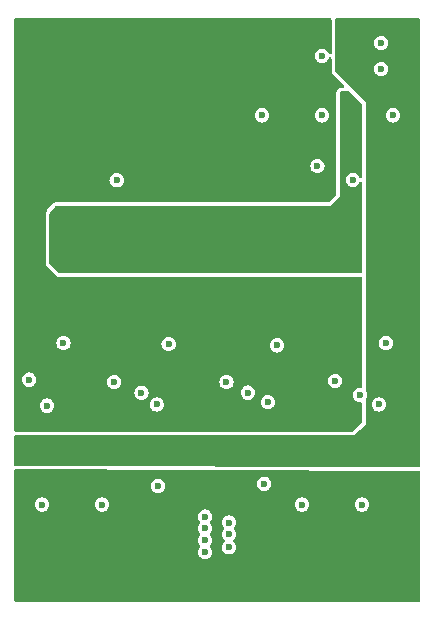
<source format=gbr>
%TF.GenerationSoftware,KiCad,Pcbnew,8.0.3-8.0.3-0~ubuntu22.04.1*%
%TF.CreationDate,2024-07-15T21:37:01+02:00*%
%TF.ProjectId,MT2AO8,4d543241-4f38-42e6-9b69-6361645f7063,rev?*%
%TF.SameCoordinates,Original*%
%TF.FileFunction,Copper,L3,Inr*%
%TF.FilePolarity,Positive*%
%FSLAX46Y46*%
G04 Gerber Fmt 4.6, Leading zero omitted, Abs format (unit mm)*
G04 Created by KiCad (PCBNEW 8.0.3-8.0.3-0~ubuntu22.04.1) date 2024-07-15 21:37:01*
%MOMM*%
%LPD*%
G01*
G04 APERTURE LIST*
%TA.AperFunction,ViaPad*%
%ADD10C,0.600000*%
%TD*%
G04 APERTURE END LIST*
D10*
%TO.N,*%
X152000000Y-115500000D03*
X150000000Y-114000000D03*
X150000000Y-115000000D03*
X152000000Y-114500000D03*
X150000000Y-116000000D03*
X152000000Y-116600000D03*
X150000000Y-117000000D03*
%TO.N,+5V*%
X165900000Y-80025000D03*
%TO.N,GND*%
X143000000Y-97200000D03*
X136700000Y-95500000D03*
X138900000Y-77600000D03*
X142600000Y-111300000D03*
X160700000Y-97100000D03*
X136700000Y-93500000D03*
X136700000Y-94500000D03*
X158490000Y-97100000D03*
X138900000Y-99700000D03*
X157200000Y-98000000D03*
X143900000Y-119000000D03*
X148000000Y-100000000D03*
X138600000Y-97400000D03*
X140800000Y-97300000D03*
X163000000Y-97100000D03*
X157200000Y-97100000D03*
%TO.N,+12V*%
X142300000Y-102600000D03*
X161000000Y-102500000D03*
X163100000Y-103700000D03*
X153600000Y-103500000D03*
X144600000Y-103500000D03*
X151800000Y-102600000D03*
X135100000Y-102400000D03*
X164900000Y-76100000D03*
X164900000Y-73900000D03*
%TO.N,+3V3*%
X162500000Y-91900000D03*
X145600000Y-91100000D03*
X162400000Y-81100000D03*
X139700000Y-89700000D03*
X160000000Y-89400000D03*
%TO.N,-12V*%
X150900000Y-108200000D03*
X162300000Y-75700000D03*
X141500000Y-108600000D03*
X162400000Y-73700000D03*
X139300000Y-108100000D03*
X167200000Y-108000000D03*
X160400000Y-108500000D03*
%TO.N,VREF_DAC*%
X165300000Y-99300000D03*
X146900000Y-99400000D03*
X146000000Y-111400000D03*
X138000000Y-99300000D03*
X154993455Y-111206545D03*
X156100000Y-99500000D03*
%TO.N,AO_CH0+*%
X136190000Y-112975000D03*
%TO.N,AO_CH1+*%
X136600000Y-104600000D03*
%TO.N,AO_CH2+*%
X141270000Y-112975000D03*
%TO.N,AO_CH3+*%
X145900000Y-104500000D03*
%TO.N,RX_DAC0*%
X159890000Y-80025000D03*
%TO.N,CS_DAC*%
X159500000Y-84336500D03*
X154810000Y-80025000D03*
%TO.N,RX_DAC1*%
X159890000Y-74975000D03*
%TO.N,CLK_DAC*%
X162500000Y-85480000D03*
X142500000Y-85530000D03*
%TO.N,AO_CH6+*%
X163270000Y-112975000D03*
%TO.N,AO_CH5+*%
X155300000Y-104300000D03*
%TO.N,AO_CH7+*%
X164700000Y-104500000D03*
%TO.N,AO_CH4+*%
X158190000Y-112975000D03*
%TD*%
%TA.AperFunction,Conductor*%
%TO.N,GND*%
G36*
X149582850Y-110051583D02*
G01*
X168074270Y-110104567D01*
X168074275Y-110104566D01*
X168075855Y-110104571D01*
X168142838Y-110124447D01*
X168188441Y-110177382D01*
X168199500Y-110228570D01*
X168199500Y-121075500D01*
X168179815Y-121142539D01*
X168127011Y-121188294D01*
X168075500Y-121199500D01*
X133924500Y-121199500D01*
X133857461Y-121179815D01*
X133811706Y-121127011D01*
X133800500Y-121075500D01*
X133800500Y-113999998D01*
X149394318Y-113999998D01*
X149394318Y-114000001D01*
X149414955Y-114156760D01*
X149414956Y-114156762D01*
X149475464Y-114302842D01*
X149568826Y-114424514D01*
X149594020Y-114489683D01*
X149579981Y-114558128D01*
X149568826Y-114575486D01*
X149475464Y-114697157D01*
X149414956Y-114843237D01*
X149414955Y-114843239D01*
X149394318Y-114999998D01*
X149394318Y-115000001D01*
X149414955Y-115156760D01*
X149414956Y-115156762D01*
X149475464Y-115302842D01*
X149568826Y-115424514D01*
X149594020Y-115489683D01*
X149579981Y-115558128D01*
X149568826Y-115575486D01*
X149475464Y-115697157D01*
X149414956Y-115843237D01*
X149414955Y-115843239D01*
X149394318Y-115999998D01*
X149394318Y-116000001D01*
X149414955Y-116156760D01*
X149414956Y-116156762D01*
X149475464Y-116302842D01*
X149568826Y-116424514D01*
X149594020Y-116489683D01*
X149579981Y-116558128D01*
X149568826Y-116575486D01*
X149475464Y-116697157D01*
X149414956Y-116843237D01*
X149414955Y-116843239D01*
X149394318Y-116999998D01*
X149394318Y-117000001D01*
X149414955Y-117156760D01*
X149414956Y-117156762D01*
X149475464Y-117302841D01*
X149571718Y-117428282D01*
X149697159Y-117524536D01*
X149843238Y-117585044D01*
X149921619Y-117595363D01*
X149999999Y-117605682D01*
X150000000Y-117605682D01*
X150000001Y-117605682D01*
X150052254Y-117598802D01*
X150156762Y-117585044D01*
X150302841Y-117524536D01*
X150428282Y-117428282D01*
X150524536Y-117302841D01*
X150585044Y-117156762D01*
X150605682Y-117000000D01*
X150585044Y-116843238D01*
X150524536Y-116697159D01*
X150431171Y-116575484D01*
X150405979Y-116510317D01*
X150420017Y-116441873D01*
X150431167Y-116424521D01*
X150524536Y-116302841D01*
X150585044Y-116156762D01*
X150605682Y-116000000D01*
X150585044Y-115843238D01*
X150524536Y-115697159D01*
X150431171Y-115575484D01*
X150405979Y-115510317D01*
X150420017Y-115441873D01*
X150431167Y-115424521D01*
X150524536Y-115302841D01*
X150585044Y-115156762D01*
X150605682Y-115000000D01*
X150598029Y-114941873D01*
X150585044Y-114843239D01*
X150585044Y-114843238D01*
X150524536Y-114697159D01*
X150431171Y-114575484D01*
X150405979Y-114510317D01*
X150408095Y-114499998D01*
X151394318Y-114499998D01*
X151394318Y-114500001D01*
X151414955Y-114656760D01*
X151414956Y-114656762D01*
X151475464Y-114802842D01*
X151568826Y-114924514D01*
X151594020Y-114989683D01*
X151579981Y-115058128D01*
X151568826Y-115075486D01*
X151475464Y-115197157D01*
X151414956Y-115343237D01*
X151414955Y-115343239D01*
X151394318Y-115499998D01*
X151394318Y-115500001D01*
X151414955Y-115656760D01*
X151414956Y-115656762D01*
X151475464Y-115802841D01*
X151571718Y-115928282D01*
X151602140Y-115951625D01*
X151643341Y-116008052D01*
X151647496Y-116077798D01*
X151613283Y-116138719D01*
X151602146Y-116148369D01*
X151571719Y-116171717D01*
X151571718Y-116171718D01*
X151475463Y-116297160D01*
X151414956Y-116443237D01*
X151414955Y-116443239D01*
X151394318Y-116599998D01*
X151394318Y-116600001D01*
X151414955Y-116756760D01*
X151414956Y-116756762D01*
X151450775Y-116843238D01*
X151475464Y-116902841D01*
X151571718Y-117028282D01*
X151697159Y-117124536D01*
X151843238Y-117185044D01*
X151921619Y-117195363D01*
X151999999Y-117205682D01*
X152000000Y-117205682D01*
X152000001Y-117205682D01*
X152052254Y-117198802D01*
X152156762Y-117185044D01*
X152302841Y-117124536D01*
X152428282Y-117028282D01*
X152524536Y-116902841D01*
X152585044Y-116756762D01*
X152605682Y-116600000D01*
X152600169Y-116558128D01*
X152585044Y-116443239D01*
X152585044Y-116443238D01*
X152524536Y-116297159D01*
X152428282Y-116171718D01*
X152397860Y-116148374D01*
X152356658Y-116091949D01*
X152352503Y-116022203D01*
X152386714Y-115961282D01*
X152397851Y-115951631D01*
X152428282Y-115928282D01*
X152524536Y-115802841D01*
X152585044Y-115656762D01*
X152605682Y-115500000D01*
X152598029Y-115441873D01*
X152585044Y-115343239D01*
X152585044Y-115343238D01*
X152524536Y-115197159D01*
X152431171Y-115075484D01*
X152405979Y-115010317D01*
X152420017Y-114941873D01*
X152431167Y-114924521D01*
X152524536Y-114802841D01*
X152585044Y-114656762D01*
X152605682Y-114500000D01*
X152598029Y-114441873D01*
X152585044Y-114343239D01*
X152585044Y-114343238D01*
X152524536Y-114197159D01*
X152428282Y-114071718D01*
X152302841Y-113975464D01*
X152156762Y-113914956D01*
X152156760Y-113914955D01*
X152000001Y-113894318D01*
X151999999Y-113894318D01*
X151843239Y-113914955D01*
X151843237Y-113914956D01*
X151697160Y-113975463D01*
X151571718Y-114071718D01*
X151475463Y-114197160D01*
X151414956Y-114343237D01*
X151414955Y-114343239D01*
X151394318Y-114499998D01*
X150408095Y-114499998D01*
X150420017Y-114441873D01*
X150431167Y-114424521D01*
X150524536Y-114302841D01*
X150585044Y-114156762D01*
X150605682Y-114000000D01*
X150585044Y-113843238D01*
X150524536Y-113697159D01*
X150428282Y-113571718D01*
X150302841Y-113475464D01*
X150156762Y-113414956D01*
X150156760Y-113414955D01*
X150000001Y-113394318D01*
X149999999Y-113394318D01*
X149843239Y-113414955D01*
X149843237Y-113414956D01*
X149697160Y-113475463D01*
X149571718Y-113571718D01*
X149475463Y-113697160D01*
X149414956Y-113843237D01*
X149414955Y-113843239D01*
X149394318Y-113999998D01*
X133800500Y-113999998D01*
X133800500Y-112974998D01*
X135584318Y-112974998D01*
X135584318Y-112975001D01*
X135604955Y-113131760D01*
X135604956Y-113131762D01*
X135665464Y-113277841D01*
X135761718Y-113403282D01*
X135887159Y-113499536D01*
X136033238Y-113560044D01*
X136111619Y-113570363D01*
X136189999Y-113580682D01*
X136190000Y-113580682D01*
X136190001Y-113580682D01*
X136242254Y-113573802D01*
X136346762Y-113560044D01*
X136492841Y-113499536D01*
X136618282Y-113403282D01*
X136714536Y-113277841D01*
X136775044Y-113131762D01*
X136795682Y-112975000D01*
X136795682Y-112974998D01*
X140664318Y-112974998D01*
X140664318Y-112975001D01*
X140684955Y-113131760D01*
X140684956Y-113131762D01*
X140745464Y-113277841D01*
X140841718Y-113403282D01*
X140967159Y-113499536D01*
X141113238Y-113560044D01*
X141191619Y-113570363D01*
X141269999Y-113580682D01*
X141270000Y-113580682D01*
X141270001Y-113580682D01*
X141322254Y-113573802D01*
X141426762Y-113560044D01*
X141572841Y-113499536D01*
X141698282Y-113403282D01*
X141794536Y-113277841D01*
X141855044Y-113131762D01*
X141875682Y-112975000D01*
X141875682Y-112974998D01*
X157584318Y-112974998D01*
X157584318Y-112975001D01*
X157604955Y-113131760D01*
X157604956Y-113131762D01*
X157665464Y-113277841D01*
X157761718Y-113403282D01*
X157887159Y-113499536D01*
X158033238Y-113560044D01*
X158111619Y-113570363D01*
X158189999Y-113580682D01*
X158190000Y-113580682D01*
X158190001Y-113580682D01*
X158242254Y-113573802D01*
X158346762Y-113560044D01*
X158492841Y-113499536D01*
X158618282Y-113403282D01*
X158714536Y-113277841D01*
X158775044Y-113131762D01*
X158795682Y-112975000D01*
X158795682Y-112974998D01*
X162664318Y-112974998D01*
X162664318Y-112975001D01*
X162684955Y-113131760D01*
X162684956Y-113131762D01*
X162745464Y-113277841D01*
X162841718Y-113403282D01*
X162967159Y-113499536D01*
X163113238Y-113560044D01*
X163191619Y-113570363D01*
X163269999Y-113580682D01*
X163270000Y-113580682D01*
X163270001Y-113580682D01*
X163322254Y-113573802D01*
X163426762Y-113560044D01*
X163572841Y-113499536D01*
X163698282Y-113403282D01*
X163794536Y-113277841D01*
X163855044Y-113131762D01*
X163875682Y-112975000D01*
X163855044Y-112818238D01*
X163794536Y-112672159D01*
X163698282Y-112546718D01*
X163572841Y-112450464D01*
X163426762Y-112389956D01*
X163426760Y-112389955D01*
X163270001Y-112369318D01*
X163269999Y-112369318D01*
X163113239Y-112389955D01*
X163113237Y-112389956D01*
X162967160Y-112450463D01*
X162841718Y-112546718D01*
X162745463Y-112672160D01*
X162684956Y-112818237D01*
X162684955Y-112818239D01*
X162664318Y-112974998D01*
X158795682Y-112974998D01*
X158775044Y-112818238D01*
X158714536Y-112672159D01*
X158618282Y-112546718D01*
X158492841Y-112450464D01*
X158346762Y-112389956D01*
X158346760Y-112389955D01*
X158190001Y-112369318D01*
X158189999Y-112369318D01*
X158033239Y-112389955D01*
X158033237Y-112389956D01*
X157887160Y-112450463D01*
X157761718Y-112546718D01*
X157665463Y-112672160D01*
X157604956Y-112818237D01*
X157604955Y-112818239D01*
X157584318Y-112974998D01*
X141875682Y-112974998D01*
X141855044Y-112818238D01*
X141794536Y-112672159D01*
X141698282Y-112546718D01*
X141572841Y-112450464D01*
X141426762Y-112389956D01*
X141426760Y-112389955D01*
X141270001Y-112369318D01*
X141269999Y-112369318D01*
X141113239Y-112389955D01*
X141113237Y-112389956D01*
X140967160Y-112450463D01*
X140841718Y-112546718D01*
X140745463Y-112672160D01*
X140684956Y-112818237D01*
X140684955Y-112818239D01*
X140664318Y-112974998D01*
X136795682Y-112974998D01*
X136775044Y-112818238D01*
X136714536Y-112672159D01*
X136618282Y-112546718D01*
X136492841Y-112450464D01*
X136346762Y-112389956D01*
X136346760Y-112389955D01*
X136190001Y-112369318D01*
X136189999Y-112369318D01*
X136033239Y-112389955D01*
X136033237Y-112389956D01*
X135887160Y-112450463D01*
X135761718Y-112546718D01*
X135665463Y-112672160D01*
X135604956Y-112818237D01*
X135604955Y-112818239D01*
X135584318Y-112974998D01*
X133800500Y-112974998D01*
X133800500Y-111399998D01*
X145394318Y-111399998D01*
X145394318Y-111400001D01*
X145414955Y-111556760D01*
X145414956Y-111556762D01*
X145475464Y-111702841D01*
X145571718Y-111828282D01*
X145697159Y-111924536D01*
X145843238Y-111985044D01*
X145921619Y-111995363D01*
X145999999Y-112005682D01*
X146000000Y-112005682D01*
X146000001Y-112005682D01*
X146052254Y-111998802D01*
X146156762Y-111985044D01*
X146302841Y-111924536D01*
X146428282Y-111828282D01*
X146524536Y-111702841D01*
X146585044Y-111556762D01*
X146605682Y-111400000D01*
X146585044Y-111243238D01*
X146569844Y-111206543D01*
X154387773Y-111206543D01*
X154387773Y-111206546D01*
X154408410Y-111363305D01*
X154408411Y-111363307D01*
X154468919Y-111509386D01*
X154565173Y-111634827D01*
X154690614Y-111731081D01*
X154836693Y-111791589D01*
X154915074Y-111801908D01*
X154993454Y-111812227D01*
X154993455Y-111812227D01*
X154993456Y-111812227D01*
X155045709Y-111805347D01*
X155150217Y-111791589D01*
X155296296Y-111731081D01*
X155421737Y-111634827D01*
X155517991Y-111509386D01*
X155578499Y-111363307D01*
X155599137Y-111206545D01*
X155578499Y-111049783D01*
X155517991Y-110903704D01*
X155421737Y-110778263D01*
X155296296Y-110682009D01*
X155150217Y-110621501D01*
X155150215Y-110621500D01*
X154993456Y-110600863D01*
X154993454Y-110600863D01*
X154836694Y-110621500D01*
X154836692Y-110621501D01*
X154690615Y-110682008D01*
X154565173Y-110778263D01*
X154468918Y-110903705D01*
X154408411Y-111049782D01*
X154408410Y-111049784D01*
X154387773Y-111206543D01*
X146569844Y-111206543D01*
X146524536Y-111097159D01*
X146428282Y-110971718D01*
X146302841Y-110875464D01*
X146156762Y-110814956D01*
X146156760Y-110814955D01*
X146000001Y-110794318D01*
X145999999Y-110794318D01*
X145843239Y-110814955D01*
X145843237Y-110814956D01*
X145697160Y-110875463D01*
X145571718Y-110971718D01*
X145475463Y-111097160D01*
X145414956Y-111243237D01*
X145414955Y-111243239D01*
X145394318Y-111399998D01*
X133800500Y-111399998D01*
X133800500Y-110130718D01*
X133820185Y-110063679D01*
X133872989Y-110017924D01*
X133924855Y-110006719D01*
X149582850Y-110051583D01*
G37*
%TD.AperFunction*%
%TA.AperFunction,Conductor*%
G36*
X160637539Y-71820185D02*
G01*
X160683294Y-71872989D01*
X160694500Y-71924500D01*
X160694500Y-74724662D01*
X160674815Y-74791701D01*
X160622011Y-74837456D01*
X160552853Y-74847400D01*
X160489297Y-74818375D01*
X160455939Y-74772115D01*
X160414536Y-74672160D01*
X160414536Y-74672159D01*
X160318282Y-74546718D01*
X160192841Y-74450464D01*
X160046762Y-74389956D01*
X160046760Y-74389955D01*
X159890001Y-74369318D01*
X159889999Y-74369318D01*
X159733239Y-74389955D01*
X159733237Y-74389956D01*
X159587160Y-74450463D01*
X159461718Y-74546718D01*
X159365463Y-74672160D01*
X159304956Y-74818237D01*
X159304955Y-74818239D01*
X159284318Y-74974998D01*
X159284318Y-74975001D01*
X159304955Y-75131760D01*
X159304956Y-75131762D01*
X159365464Y-75277841D01*
X159461718Y-75403282D01*
X159587159Y-75499536D01*
X159733238Y-75560044D01*
X159811619Y-75570363D01*
X159889999Y-75580682D01*
X159890000Y-75580682D01*
X159890001Y-75580682D01*
X159942254Y-75573802D01*
X160046762Y-75560044D01*
X160192841Y-75499536D01*
X160318282Y-75403282D01*
X160414536Y-75277841D01*
X160455939Y-75177884D01*
X160499780Y-75123481D01*
X160566074Y-75101416D01*
X160633773Y-75118695D01*
X160681384Y-75169832D01*
X160694500Y-75225337D01*
X160694500Y-76250005D01*
X160695956Y-76279797D01*
X160695957Y-76279804D01*
X160698316Y-76303884D01*
X160698747Y-76308002D01*
X160698749Y-76308010D01*
X160731510Y-76415391D01*
X160731511Y-76415393D01*
X160731512Y-76415395D01*
X160763833Y-76477338D01*
X160814625Y-76547924D01*
X160963841Y-76702879D01*
X161153914Y-76900262D01*
X161153916Y-76900265D01*
X161716501Y-77484489D01*
X161748823Y-77546432D01*
X161742525Y-77616018D01*
X161699605Y-77671151D01*
X161633692Y-77694329D01*
X161627181Y-77694500D01*
X161524000Y-77694500D01*
X161523991Y-77694500D01*
X161523990Y-77694501D01*
X161459064Y-77701481D01*
X161459052Y-77701483D01*
X161407546Y-77712688D01*
X161369345Y-77723644D01*
X161369341Y-77723646D01*
X161272431Y-77780323D01*
X161272428Y-77780325D01*
X161219623Y-77826081D01*
X161219612Y-77826091D01*
X161177451Y-77870807D01*
X161177445Y-77870816D01*
X161126560Y-77970890D01*
X161106877Y-78037921D01*
X161094500Y-78124002D01*
X161094500Y-86722096D01*
X161074815Y-86789135D01*
X161058181Y-86809777D01*
X160509777Y-87358181D01*
X160448454Y-87391666D01*
X160422096Y-87394500D01*
X137358077Y-87394500D01*
X137311690Y-87398042D01*
X137311683Y-87398043D01*
X137274458Y-87403762D01*
X137253941Y-87407636D01*
X137253933Y-87407638D01*
X137150779Y-87451939D01*
X137092737Y-87490839D01*
X137028127Y-87549040D01*
X137028124Y-87549043D01*
X136594044Y-88069938D01*
X136582417Y-88084802D01*
X136573359Y-88097150D01*
X136573357Y-88097154D01*
X136526562Y-88191778D01*
X136506877Y-88258816D01*
X136494500Y-88344895D01*
X136494500Y-92548638D01*
X136496250Y-92581281D01*
X136496254Y-92581334D01*
X136499081Y-92607625D01*
X136499920Y-92614660D01*
X136499920Y-92614662D01*
X136534700Y-92721401D01*
X136534704Y-92721411D01*
X136568189Y-92782733D01*
X136620289Y-92852329D01*
X136620307Y-92852350D01*
X137347646Y-93579688D01*
X137347660Y-93579702D01*
X137368884Y-93598766D01*
X137371993Y-93601559D01*
X137392674Y-93618224D01*
X137398172Y-93622551D01*
X137398175Y-93622553D01*
X137498251Y-93673439D01*
X137565290Y-93693124D01*
X137651362Y-93705500D01*
X137651365Y-93705500D01*
X163170500Y-93705500D01*
X163237539Y-93725185D01*
X163283294Y-93777989D01*
X163294500Y-93829500D01*
X163294500Y-97048701D01*
X163295154Y-97068699D01*
X163296216Y-97084905D01*
X163296507Y-97087857D01*
X163296507Y-97112139D01*
X163296217Y-97115086D01*
X163295154Y-97131300D01*
X163294500Y-97151297D01*
X163294500Y-102978529D01*
X163274815Y-103045568D01*
X163222011Y-103091323D01*
X163154316Y-103101468D01*
X163100003Y-103094318D01*
X163099999Y-103094318D01*
X162943239Y-103114955D01*
X162943237Y-103114956D01*
X162797160Y-103175463D01*
X162671718Y-103271718D01*
X162575463Y-103397160D01*
X162514956Y-103543237D01*
X162514955Y-103543239D01*
X162494318Y-103699998D01*
X162494318Y-103700001D01*
X162514955Y-103856760D01*
X162514956Y-103856762D01*
X162571933Y-103994318D01*
X162575464Y-104002841D01*
X162671718Y-104128282D01*
X162797159Y-104224536D01*
X162943238Y-104285044D01*
X163021619Y-104295363D01*
X163099999Y-104305682D01*
X163100000Y-104305682D01*
X163154315Y-104298531D01*
X163223349Y-104309296D01*
X163275605Y-104355676D01*
X163294500Y-104421470D01*
X163294500Y-106008716D01*
X163274815Y-106075755D01*
X163253452Y-106100884D01*
X162518138Y-106762668D01*
X162455139Y-106792884D01*
X162435186Y-106794500D01*
X133924500Y-106794500D01*
X133857461Y-106774815D01*
X133811706Y-106722011D01*
X133800500Y-106670500D01*
X133800500Y-104599998D01*
X135994318Y-104599998D01*
X135994318Y-104600001D01*
X136014955Y-104756760D01*
X136014956Y-104756762D01*
X136075464Y-104902841D01*
X136171718Y-105028282D01*
X136297159Y-105124536D01*
X136443238Y-105185044D01*
X136521619Y-105195363D01*
X136599999Y-105205682D01*
X136600000Y-105205682D01*
X136600001Y-105205682D01*
X136652254Y-105198802D01*
X136756762Y-105185044D01*
X136902841Y-105124536D01*
X137028282Y-105028282D01*
X137124536Y-104902841D01*
X137185044Y-104756762D01*
X137205682Y-104600000D01*
X137192517Y-104499998D01*
X145294318Y-104499998D01*
X145294318Y-104500001D01*
X145314955Y-104656760D01*
X145314956Y-104656762D01*
X145356376Y-104756760D01*
X145375464Y-104802841D01*
X145471718Y-104928282D01*
X145597159Y-105024536D01*
X145743238Y-105085044D01*
X145821619Y-105095363D01*
X145899999Y-105105682D01*
X145900000Y-105105682D01*
X145900001Y-105105682D01*
X145952254Y-105098802D01*
X146056762Y-105085044D01*
X146202841Y-105024536D01*
X146328282Y-104928282D01*
X146424536Y-104802841D01*
X146485044Y-104656762D01*
X146505682Y-104500000D01*
X146499989Y-104456760D01*
X146485044Y-104343239D01*
X146485044Y-104343238D01*
X146467133Y-104299998D01*
X154694318Y-104299998D01*
X154694318Y-104300001D01*
X154714955Y-104456760D01*
X154714956Y-104456762D01*
X154774287Y-104600001D01*
X154775464Y-104602841D01*
X154871718Y-104728282D01*
X154997159Y-104824536D01*
X155143238Y-104885044D01*
X155221619Y-104895363D01*
X155299999Y-104905682D01*
X155300000Y-104905682D01*
X155300001Y-104905682D01*
X155352254Y-104898802D01*
X155456762Y-104885044D01*
X155602841Y-104824536D01*
X155728282Y-104728282D01*
X155824536Y-104602841D01*
X155885044Y-104456762D01*
X155905682Y-104300000D01*
X155885044Y-104143238D01*
X155824536Y-103997159D01*
X155728282Y-103871718D01*
X155602841Y-103775464D01*
X155456762Y-103714956D01*
X155456760Y-103714955D01*
X155300001Y-103694318D01*
X155299999Y-103694318D01*
X155143239Y-103714955D01*
X155143237Y-103714956D01*
X154997160Y-103775463D01*
X154871718Y-103871718D01*
X154775463Y-103997160D01*
X154714956Y-104143237D01*
X154714955Y-104143239D01*
X154694318Y-104299998D01*
X146467133Y-104299998D01*
X146424536Y-104197159D01*
X146328282Y-104071718D01*
X146202841Y-103975464D01*
X146056762Y-103914956D01*
X146056760Y-103914955D01*
X145900001Y-103894318D01*
X145899999Y-103894318D01*
X145743239Y-103914955D01*
X145743237Y-103914956D01*
X145597160Y-103975463D01*
X145471718Y-104071718D01*
X145375463Y-104197160D01*
X145314956Y-104343237D01*
X145314955Y-104343239D01*
X145294318Y-104499998D01*
X137192517Y-104499998D01*
X137185044Y-104443238D01*
X137124536Y-104297159D01*
X137028282Y-104171718D01*
X136902841Y-104075464D01*
X136893797Y-104071718D01*
X136756762Y-104014956D01*
X136756760Y-104014955D01*
X136600001Y-103994318D01*
X136599999Y-103994318D01*
X136443239Y-104014955D01*
X136443237Y-104014956D01*
X136297160Y-104075463D01*
X136171718Y-104171718D01*
X136075463Y-104297160D01*
X136014956Y-104443237D01*
X136014955Y-104443239D01*
X135994318Y-104599998D01*
X133800500Y-104599998D01*
X133800500Y-103499998D01*
X143994318Y-103499998D01*
X143994318Y-103500001D01*
X144014955Y-103656760D01*
X144014956Y-103656762D01*
X144075464Y-103802841D01*
X144171718Y-103928282D01*
X144297159Y-104024536D01*
X144443238Y-104085044D01*
X144521619Y-104095363D01*
X144599999Y-104105682D01*
X144600000Y-104105682D01*
X144600001Y-104105682D01*
X144652254Y-104098802D01*
X144756762Y-104085044D01*
X144902841Y-104024536D01*
X145028282Y-103928282D01*
X145124536Y-103802841D01*
X145185044Y-103656762D01*
X145205682Y-103500000D01*
X145205682Y-103499998D01*
X152994318Y-103499998D01*
X152994318Y-103500001D01*
X153014955Y-103656760D01*
X153014956Y-103656762D01*
X153075464Y-103802841D01*
X153171718Y-103928282D01*
X153297159Y-104024536D01*
X153443238Y-104085044D01*
X153521619Y-104095363D01*
X153599999Y-104105682D01*
X153600000Y-104105682D01*
X153600001Y-104105682D01*
X153652254Y-104098802D01*
X153756762Y-104085044D01*
X153902841Y-104024536D01*
X154028282Y-103928282D01*
X154124536Y-103802841D01*
X154185044Y-103656762D01*
X154205682Y-103500000D01*
X154185044Y-103343238D01*
X154124536Y-103197159D01*
X154028282Y-103071718D01*
X153902841Y-102975464D01*
X153756762Y-102914956D01*
X153756760Y-102914955D01*
X153600001Y-102894318D01*
X153599999Y-102894318D01*
X153443239Y-102914955D01*
X153443237Y-102914956D01*
X153297160Y-102975463D01*
X153171718Y-103071718D01*
X153075463Y-103197160D01*
X153014956Y-103343237D01*
X153014955Y-103343239D01*
X152994318Y-103499998D01*
X145205682Y-103499998D01*
X145185044Y-103343238D01*
X145124536Y-103197159D01*
X145028282Y-103071718D01*
X144902841Y-102975464D01*
X144756762Y-102914956D01*
X144756760Y-102914955D01*
X144600001Y-102894318D01*
X144599999Y-102894318D01*
X144443239Y-102914955D01*
X144443237Y-102914956D01*
X144297160Y-102975463D01*
X144171718Y-103071718D01*
X144075463Y-103197160D01*
X144014956Y-103343237D01*
X144014955Y-103343239D01*
X143994318Y-103499998D01*
X133800500Y-103499998D01*
X133800500Y-102399998D01*
X134494318Y-102399998D01*
X134494318Y-102400001D01*
X134514955Y-102556760D01*
X134514956Y-102556762D01*
X134556376Y-102656760D01*
X134575464Y-102702841D01*
X134671718Y-102828282D01*
X134797159Y-102924536D01*
X134943238Y-102985044D01*
X135021619Y-102995363D01*
X135099999Y-103005682D01*
X135100000Y-103005682D01*
X135100001Y-103005682D01*
X135152254Y-102998802D01*
X135256762Y-102985044D01*
X135402841Y-102924536D01*
X135528282Y-102828282D01*
X135624536Y-102702841D01*
X135667135Y-102599998D01*
X141694318Y-102599998D01*
X141694318Y-102600001D01*
X141714955Y-102756760D01*
X141714956Y-102756762D01*
X141771933Y-102894318D01*
X141775464Y-102902841D01*
X141871718Y-103028282D01*
X141997159Y-103124536D01*
X142143238Y-103185044D01*
X142221619Y-103195363D01*
X142299999Y-103205682D01*
X142300000Y-103205682D01*
X142300001Y-103205682D01*
X142364739Y-103197159D01*
X142456762Y-103185044D01*
X142602841Y-103124536D01*
X142728282Y-103028282D01*
X142824536Y-102902841D01*
X142885044Y-102756762D01*
X142905682Y-102600000D01*
X142905682Y-102599998D01*
X151194318Y-102599998D01*
X151194318Y-102600001D01*
X151214955Y-102756760D01*
X151214956Y-102756762D01*
X151271933Y-102894318D01*
X151275464Y-102902841D01*
X151371718Y-103028282D01*
X151497159Y-103124536D01*
X151643238Y-103185044D01*
X151721619Y-103195363D01*
X151799999Y-103205682D01*
X151800000Y-103205682D01*
X151800001Y-103205682D01*
X151864739Y-103197159D01*
X151956762Y-103185044D01*
X152102841Y-103124536D01*
X152228282Y-103028282D01*
X152324536Y-102902841D01*
X152385044Y-102756762D01*
X152405682Y-102600000D01*
X152399989Y-102556760D01*
X152392516Y-102499998D01*
X160394318Y-102499998D01*
X160394318Y-102500001D01*
X160414955Y-102656760D01*
X160414956Y-102656762D01*
X160456376Y-102756760D01*
X160475464Y-102802841D01*
X160571718Y-102928282D01*
X160697159Y-103024536D01*
X160843238Y-103085044D01*
X160890932Y-103091323D01*
X160999999Y-103105682D01*
X161000000Y-103105682D01*
X161000001Y-103105682D01*
X161052254Y-103098802D01*
X161156762Y-103085044D01*
X161302841Y-103024536D01*
X161428282Y-102928282D01*
X161524536Y-102802841D01*
X161585044Y-102656762D01*
X161605682Y-102500000D01*
X161585044Y-102343238D01*
X161524536Y-102197159D01*
X161428282Y-102071718D01*
X161302841Y-101975464D01*
X161293797Y-101971718D01*
X161156762Y-101914956D01*
X161156760Y-101914955D01*
X161000001Y-101894318D01*
X160999999Y-101894318D01*
X160843239Y-101914955D01*
X160843237Y-101914956D01*
X160697160Y-101975463D01*
X160571718Y-102071718D01*
X160475463Y-102197160D01*
X160414956Y-102343237D01*
X160414955Y-102343239D01*
X160394318Y-102499998D01*
X152392516Y-102499998D01*
X152385044Y-102443239D01*
X152385044Y-102443238D01*
X152324536Y-102297159D01*
X152228282Y-102171718D01*
X152102841Y-102075464D01*
X152093797Y-102071718D01*
X151956762Y-102014956D01*
X151956760Y-102014955D01*
X151800001Y-101994318D01*
X151799999Y-101994318D01*
X151643239Y-102014955D01*
X151643237Y-102014956D01*
X151497160Y-102075463D01*
X151371718Y-102171718D01*
X151275463Y-102297160D01*
X151214956Y-102443237D01*
X151214955Y-102443239D01*
X151194318Y-102599998D01*
X142905682Y-102599998D01*
X142899989Y-102556760D01*
X142885044Y-102443239D01*
X142885044Y-102443238D01*
X142824536Y-102297159D01*
X142728282Y-102171718D01*
X142602841Y-102075464D01*
X142593797Y-102071718D01*
X142456762Y-102014956D01*
X142456760Y-102014955D01*
X142300001Y-101994318D01*
X142299999Y-101994318D01*
X142143239Y-102014955D01*
X142143237Y-102014956D01*
X141997160Y-102075463D01*
X141871718Y-102171718D01*
X141775463Y-102297160D01*
X141714956Y-102443237D01*
X141714955Y-102443239D01*
X141694318Y-102599998D01*
X135667135Y-102599998D01*
X135685044Y-102556762D01*
X135705682Y-102400000D01*
X135685044Y-102243238D01*
X135624536Y-102097159D01*
X135528282Y-101971718D01*
X135402841Y-101875464D01*
X135256762Y-101814956D01*
X135256760Y-101814955D01*
X135100001Y-101794318D01*
X135099999Y-101794318D01*
X134943239Y-101814955D01*
X134943237Y-101814956D01*
X134797160Y-101875463D01*
X134671718Y-101971718D01*
X134575463Y-102097160D01*
X134514956Y-102243237D01*
X134514955Y-102243239D01*
X134494318Y-102399998D01*
X133800500Y-102399998D01*
X133800500Y-99299998D01*
X137394318Y-99299998D01*
X137394318Y-99300001D01*
X137414955Y-99456760D01*
X137414956Y-99456762D01*
X137456376Y-99556760D01*
X137475464Y-99602841D01*
X137571718Y-99728282D01*
X137697159Y-99824536D01*
X137843238Y-99885044D01*
X137921619Y-99895363D01*
X137999999Y-99905682D01*
X138000000Y-99905682D01*
X138000001Y-99905682D01*
X138052254Y-99898802D01*
X138156762Y-99885044D01*
X138302841Y-99824536D01*
X138428282Y-99728282D01*
X138524536Y-99602841D01*
X138585044Y-99456762D01*
X138592517Y-99399998D01*
X146294318Y-99399998D01*
X146294318Y-99400001D01*
X146314955Y-99556760D01*
X146314956Y-99556762D01*
X146356376Y-99656760D01*
X146375464Y-99702841D01*
X146471718Y-99828282D01*
X146597159Y-99924536D01*
X146743238Y-99985044D01*
X146821619Y-99995363D01*
X146899999Y-100005682D01*
X146900000Y-100005682D01*
X146900001Y-100005682D01*
X146952254Y-99998802D01*
X147056762Y-99985044D01*
X147202841Y-99924536D01*
X147328282Y-99828282D01*
X147424536Y-99702841D01*
X147485044Y-99556762D01*
X147492517Y-99499998D01*
X155494318Y-99499998D01*
X155494318Y-99500001D01*
X155514955Y-99656760D01*
X155514956Y-99656762D01*
X155575464Y-99802841D01*
X155671718Y-99928282D01*
X155797159Y-100024536D01*
X155943238Y-100085044D01*
X156021619Y-100095363D01*
X156099999Y-100105682D01*
X156100000Y-100105682D01*
X156100001Y-100105682D01*
X156152254Y-100098802D01*
X156256762Y-100085044D01*
X156402841Y-100024536D01*
X156528282Y-99928282D01*
X156624536Y-99802841D01*
X156685044Y-99656762D01*
X156705682Y-99500000D01*
X156699989Y-99456760D01*
X156685044Y-99343239D01*
X156685044Y-99343238D01*
X156624536Y-99197159D01*
X156528282Y-99071718D01*
X156402841Y-98975464D01*
X156393797Y-98971718D01*
X156256762Y-98914956D01*
X156256760Y-98914955D01*
X156100001Y-98894318D01*
X156099999Y-98894318D01*
X155943239Y-98914955D01*
X155943237Y-98914956D01*
X155797160Y-98975463D01*
X155671718Y-99071718D01*
X155575463Y-99197160D01*
X155514956Y-99343237D01*
X155514955Y-99343239D01*
X155494318Y-99499998D01*
X147492517Y-99499998D01*
X147505682Y-99400000D01*
X147485044Y-99243238D01*
X147424536Y-99097159D01*
X147328282Y-98971718D01*
X147202841Y-98875464D01*
X147193797Y-98871718D01*
X147056762Y-98814956D01*
X147056760Y-98814955D01*
X146900001Y-98794318D01*
X146899999Y-98794318D01*
X146743239Y-98814955D01*
X146743237Y-98814956D01*
X146597160Y-98875463D01*
X146471718Y-98971718D01*
X146375463Y-99097160D01*
X146314956Y-99243237D01*
X146314955Y-99243239D01*
X146294318Y-99399998D01*
X138592517Y-99399998D01*
X138605682Y-99300000D01*
X138585044Y-99143238D01*
X138524536Y-98997159D01*
X138428282Y-98871718D01*
X138302841Y-98775464D01*
X138156762Y-98714956D01*
X138156760Y-98714955D01*
X138000001Y-98694318D01*
X137999999Y-98694318D01*
X137843239Y-98714955D01*
X137843237Y-98714956D01*
X137697160Y-98775463D01*
X137571718Y-98871718D01*
X137475463Y-98997160D01*
X137414956Y-99143237D01*
X137414955Y-99143239D01*
X137394318Y-99299998D01*
X133800500Y-99299998D01*
X133800500Y-85529998D01*
X141894318Y-85529998D01*
X141894318Y-85530001D01*
X141914955Y-85686760D01*
X141914956Y-85686762D01*
X141975464Y-85832841D01*
X142071718Y-85958282D01*
X142197159Y-86054536D01*
X142343238Y-86115044D01*
X142421619Y-86125363D01*
X142499999Y-86135682D01*
X142500000Y-86135682D01*
X142500001Y-86135682D01*
X142552254Y-86128802D01*
X142656762Y-86115044D01*
X142802841Y-86054536D01*
X142928282Y-85958282D01*
X143024536Y-85832841D01*
X143085044Y-85686762D01*
X143105682Y-85530000D01*
X143085044Y-85373238D01*
X143024536Y-85227159D01*
X142928282Y-85101718D01*
X142802841Y-85005464D01*
X142656762Y-84944956D01*
X142656760Y-84944955D01*
X142500001Y-84924318D01*
X142499999Y-84924318D01*
X142343239Y-84944955D01*
X142343237Y-84944956D01*
X142197160Y-85005463D01*
X142071718Y-85101718D01*
X141975463Y-85227160D01*
X141914956Y-85373237D01*
X141914955Y-85373239D01*
X141894318Y-85529998D01*
X133800500Y-85529998D01*
X133800500Y-84336498D01*
X158894318Y-84336498D01*
X158894318Y-84336501D01*
X158914955Y-84493260D01*
X158914956Y-84493262D01*
X158975464Y-84639341D01*
X159071718Y-84764782D01*
X159197159Y-84861036D01*
X159343238Y-84921544D01*
X159364309Y-84924318D01*
X159499999Y-84942182D01*
X159500000Y-84942182D01*
X159500001Y-84942182D01*
X159552254Y-84935302D01*
X159656762Y-84921544D01*
X159802841Y-84861036D01*
X159928282Y-84764782D01*
X160024536Y-84639341D01*
X160085044Y-84493262D01*
X160105682Y-84336500D01*
X160085044Y-84179738D01*
X160024536Y-84033659D01*
X159928282Y-83908218D01*
X159802841Y-83811964D01*
X159656762Y-83751456D01*
X159656760Y-83751455D01*
X159500001Y-83730818D01*
X159499999Y-83730818D01*
X159343239Y-83751455D01*
X159343237Y-83751456D01*
X159197160Y-83811963D01*
X159071718Y-83908218D01*
X158975463Y-84033660D01*
X158914956Y-84179737D01*
X158914955Y-84179739D01*
X158894318Y-84336498D01*
X133800500Y-84336498D01*
X133800500Y-80024998D01*
X154204318Y-80024998D01*
X154204318Y-80025001D01*
X154224955Y-80181760D01*
X154224956Y-80181762D01*
X154285464Y-80327841D01*
X154381718Y-80453282D01*
X154507159Y-80549536D01*
X154653238Y-80610044D01*
X154731619Y-80620363D01*
X154809999Y-80630682D01*
X154810000Y-80630682D01*
X154810001Y-80630682D01*
X154862254Y-80623802D01*
X154966762Y-80610044D01*
X155112841Y-80549536D01*
X155238282Y-80453282D01*
X155334536Y-80327841D01*
X155395044Y-80181762D01*
X155415682Y-80025000D01*
X155415682Y-80024998D01*
X159284318Y-80024998D01*
X159284318Y-80025001D01*
X159304955Y-80181760D01*
X159304956Y-80181762D01*
X159365464Y-80327841D01*
X159461718Y-80453282D01*
X159587159Y-80549536D01*
X159733238Y-80610044D01*
X159811619Y-80620363D01*
X159889999Y-80630682D01*
X159890000Y-80630682D01*
X159890001Y-80630682D01*
X159942254Y-80623802D01*
X160046762Y-80610044D01*
X160192841Y-80549536D01*
X160318282Y-80453282D01*
X160414536Y-80327841D01*
X160475044Y-80181762D01*
X160495682Y-80025000D01*
X160475044Y-79868238D01*
X160414536Y-79722159D01*
X160318282Y-79596718D01*
X160192841Y-79500464D01*
X160046762Y-79439956D01*
X160046760Y-79439955D01*
X159890001Y-79419318D01*
X159889999Y-79419318D01*
X159733239Y-79439955D01*
X159733237Y-79439956D01*
X159587160Y-79500463D01*
X159461718Y-79596718D01*
X159365463Y-79722160D01*
X159304956Y-79868237D01*
X159304955Y-79868239D01*
X159284318Y-80024998D01*
X155415682Y-80024998D01*
X155395044Y-79868238D01*
X155334536Y-79722159D01*
X155238282Y-79596718D01*
X155112841Y-79500464D01*
X154966762Y-79439956D01*
X154966760Y-79439955D01*
X154810001Y-79419318D01*
X154809999Y-79419318D01*
X154653239Y-79439955D01*
X154653237Y-79439956D01*
X154507160Y-79500463D01*
X154381718Y-79596718D01*
X154285463Y-79722160D01*
X154224956Y-79868237D01*
X154224955Y-79868239D01*
X154204318Y-80024998D01*
X133800500Y-80024998D01*
X133800500Y-71924500D01*
X133820185Y-71857461D01*
X133872989Y-71811706D01*
X133924500Y-71800500D01*
X160570500Y-71800500D01*
X160637539Y-71820185D01*
G37*
%TD.AperFunction*%
%TD*%
%TA.AperFunction,Conductor*%
%TO.N,+3V3*%
G36*
X162227220Y-78019685D02*
G01*
X162249501Y-78037988D01*
X163259820Y-79087165D01*
X163292142Y-79149109D01*
X163294500Y-79173177D01*
X163294500Y-85205519D01*
X163274815Y-85272558D01*
X163222011Y-85318313D01*
X163152853Y-85328257D01*
X163089297Y-85299232D01*
X163055939Y-85252972D01*
X163024536Y-85177160D01*
X163024536Y-85177159D01*
X162928282Y-85051718D01*
X162802841Y-84955464D01*
X162777472Y-84944956D01*
X162656762Y-84894956D01*
X162656760Y-84894955D01*
X162500001Y-84874318D01*
X162499999Y-84874318D01*
X162343239Y-84894955D01*
X162343237Y-84894956D01*
X162197160Y-84955463D01*
X162071718Y-85051718D01*
X161975463Y-85177160D01*
X161914956Y-85323237D01*
X161914955Y-85323239D01*
X161894318Y-85479998D01*
X161894318Y-85480001D01*
X161914955Y-85636760D01*
X161914956Y-85636762D01*
X161940725Y-85698975D01*
X161975464Y-85782841D01*
X162071718Y-85908282D01*
X162197159Y-86004536D01*
X162343238Y-86065044D01*
X162421619Y-86075363D01*
X162499999Y-86085682D01*
X162500000Y-86085682D01*
X162500001Y-86085682D01*
X162552254Y-86078802D01*
X162656762Y-86065044D01*
X162802841Y-86004536D01*
X162928282Y-85908282D01*
X163024536Y-85782841D01*
X163055939Y-85707026D01*
X163099780Y-85652624D01*
X163166074Y-85630559D01*
X163233773Y-85647838D01*
X163281384Y-85698975D01*
X163294500Y-85754480D01*
X163294500Y-93276000D01*
X163274815Y-93343039D01*
X163222011Y-93388794D01*
X163170500Y-93400000D01*
X137651362Y-93400000D01*
X137584323Y-93380315D01*
X137563681Y-93363681D01*
X136836319Y-92636319D01*
X136802834Y-92574996D01*
X136800000Y-92548638D01*
X136800000Y-88344893D01*
X136819685Y-88277854D01*
X136828736Y-88265516D01*
X137262819Y-87744616D01*
X137320858Y-87705718D01*
X137358078Y-87700000D01*
X160600000Y-87700000D01*
X161400000Y-86900000D01*
X161400000Y-78124000D01*
X161419685Y-78056961D01*
X161472489Y-78011206D01*
X161524000Y-78000000D01*
X162160181Y-78000000D01*
X162227220Y-78019685D01*
G37*
%TD.AperFunction*%
%TD*%
%TA.AperFunction,Conductor*%
%TO.N,-12V*%
G36*
X168142539Y-71820185D02*
G01*
X168188294Y-71872989D01*
X168199500Y-71924500D01*
X168199500Y-109675069D01*
X168179815Y-109742108D01*
X168127011Y-109787863D01*
X168075145Y-109799068D01*
X133924145Y-109701215D01*
X133857162Y-109681339D01*
X133811559Y-109628404D01*
X133800500Y-109577216D01*
X133800500Y-107224000D01*
X133820185Y-107156961D01*
X133872989Y-107111206D01*
X133924500Y-107100000D01*
X162600000Y-107100000D01*
X163600000Y-106200000D01*
X163600000Y-104499998D01*
X164094318Y-104499998D01*
X164094318Y-104500001D01*
X164114955Y-104656760D01*
X164114956Y-104656762D01*
X164175464Y-104802841D01*
X164271718Y-104928282D01*
X164397159Y-105024536D01*
X164543238Y-105085044D01*
X164621619Y-105095363D01*
X164699999Y-105105682D01*
X164700000Y-105105682D01*
X164700001Y-105105682D01*
X164752254Y-105098802D01*
X164856762Y-105085044D01*
X165002841Y-105024536D01*
X165128282Y-104928282D01*
X165224536Y-104802841D01*
X165285044Y-104656762D01*
X165305682Y-104500000D01*
X165285044Y-104343238D01*
X165224536Y-104197159D01*
X165128282Y-104071718D01*
X165002841Y-103975464D01*
X164856762Y-103914956D01*
X164856760Y-103914955D01*
X164700001Y-103894318D01*
X164699999Y-103894318D01*
X164543239Y-103914955D01*
X164543237Y-103914956D01*
X164397160Y-103975463D01*
X164271718Y-104071718D01*
X164175463Y-104197160D01*
X164114956Y-104343237D01*
X164114955Y-104343239D01*
X164094318Y-104499998D01*
X163600000Y-104499998D01*
X163600000Y-104076908D01*
X163619685Y-104009869D01*
X163624119Y-104003561D01*
X163624530Y-104002847D01*
X163624536Y-104002841D01*
X163685044Y-103856762D01*
X163705682Y-103700000D01*
X163685044Y-103543238D01*
X163624536Y-103397159D01*
X163624534Y-103397156D01*
X163620474Y-103390123D01*
X163622011Y-103389235D01*
X163600429Y-103333402D01*
X163600000Y-103323091D01*
X163600000Y-99299998D01*
X164694318Y-99299998D01*
X164694318Y-99300001D01*
X164714955Y-99456760D01*
X164714956Y-99456762D01*
X164750775Y-99543238D01*
X164775464Y-99602841D01*
X164871718Y-99728282D01*
X164997159Y-99824536D01*
X165143238Y-99885044D01*
X165221619Y-99895363D01*
X165299999Y-99905682D01*
X165300000Y-99905682D01*
X165300001Y-99905682D01*
X165352254Y-99898802D01*
X165456762Y-99885044D01*
X165602841Y-99824536D01*
X165728282Y-99728282D01*
X165824536Y-99602841D01*
X165885044Y-99456762D01*
X165905682Y-99300000D01*
X165885044Y-99143238D01*
X165824536Y-98997159D01*
X165728282Y-98871718D01*
X165602841Y-98775464D01*
X165456762Y-98714956D01*
X165456760Y-98714955D01*
X165300001Y-98694318D01*
X165299999Y-98694318D01*
X165143239Y-98714955D01*
X165143237Y-98714956D01*
X164997160Y-98775463D01*
X164871718Y-98871718D01*
X164775463Y-98997160D01*
X164714956Y-99143237D01*
X164714955Y-99143239D01*
X164694318Y-99299998D01*
X163600000Y-99299998D01*
X163600000Y-97151285D01*
X163601061Y-97135099D01*
X163605682Y-97099999D01*
X163605682Y-97099998D01*
X163601061Y-97064899D01*
X163600000Y-97048714D01*
X163600000Y-80024998D01*
X165294318Y-80024998D01*
X165294318Y-80025001D01*
X165314955Y-80181760D01*
X165314956Y-80181762D01*
X165375464Y-80327841D01*
X165471718Y-80453282D01*
X165597159Y-80549536D01*
X165743238Y-80610044D01*
X165821619Y-80620363D01*
X165899999Y-80630682D01*
X165900000Y-80630682D01*
X165900001Y-80630682D01*
X165952254Y-80623802D01*
X166056762Y-80610044D01*
X166202841Y-80549536D01*
X166328282Y-80453282D01*
X166424536Y-80327841D01*
X166485044Y-80181762D01*
X166505682Y-80025000D01*
X166485044Y-79868238D01*
X166424536Y-79722159D01*
X166328282Y-79596718D01*
X166202841Y-79500464D01*
X166056762Y-79439956D01*
X166056760Y-79439955D01*
X165900001Y-79419318D01*
X165899999Y-79419318D01*
X165743239Y-79439955D01*
X165743237Y-79439956D01*
X165597160Y-79500463D01*
X165471718Y-79596718D01*
X165375463Y-79722160D01*
X165314956Y-79868237D01*
X165314955Y-79868239D01*
X165294318Y-80024998D01*
X163600000Y-80024998D01*
X163600000Y-79000001D01*
X163600000Y-79000000D01*
X161390657Y-76705682D01*
X161034680Y-76336013D01*
X161002358Y-76274069D01*
X161000000Y-76250001D01*
X161000000Y-76099998D01*
X164294318Y-76099998D01*
X164294318Y-76100001D01*
X164314955Y-76256760D01*
X164314956Y-76256762D01*
X164375464Y-76402841D01*
X164471718Y-76528282D01*
X164597159Y-76624536D01*
X164743238Y-76685044D01*
X164821619Y-76695363D01*
X164899999Y-76705682D01*
X164900000Y-76705682D01*
X164900001Y-76705682D01*
X164952254Y-76698802D01*
X165056762Y-76685044D01*
X165202841Y-76624536D01*
X165328282Y-76528282D01*
X165424536Y-76402841D01*
X165485044Y-76256762D01*
X165505682Y-76100000D01*
X165485044Y-75943238D01*
X165424536Y-75797159D01*
X165328282Y-75671718D01*
X165202841Y-75575464D01*
X165056762Y-75514956D01*
X165056760Y-75514955D01*
X164900001Y-75494318D01*
X164899999Y-75494318D01*
X164743239Y-75514955D01*
X164743237Y-75514956D01*
X164597160Y-75575463D01*
X164471718Y-75671718D01*
X164375463Y-75797160D01*
X164314956Y-75943237D01*
X164314955Y-75943239D01*
X164294318Y-76099998D01*
X161000000Y-76099998D01*
X161000000Y-73899998D01*
X164294318Y-73899998D01*
X164294318Y-73900001D01*
X164314955Y-74056760D01*
X164314956Y-74056762D01*
X164375464Y-74202841D01*
X164471718Y-74328282D01*
X164597159Y-74424536D01*
X164743238Y-74485044D01*
X164821619Y-74495363D01*
X164899999Y-74505682D01*
X164900000Y-74505682D01*
X164900001Y-74505682D01*
X164952254Y-74498802D01*
X165056762Y-74485044D01*
X165202841Y-74424536D01*
X165328282Y-74328282D01*
X165424536Y-74202841D01*
X165485044Y-74056762D01*
X165505682Y-73900000D01*
X165485044Y-73743238D01*
X165424536Y-73597159D01*
X165328282Y-73471718D01*
X165202841Y-73375464D01*
X165056762Y-73314956D01*
X165056760Y-73314955D01*
X164900001Y-73294318D01*
X164899999Y-73294318D01*
X164743239Y-73314955D01*
X164743237Y-73314956D01*
X164597160Y-73375463D01*
X164471718Y-73471718D01*
X164375463Y-73597160D01*
X164314956Y-73743237D01*
X164314955Y-73743239D01*
X164294318Y-73899998D01*
X161000000Y-73899998D01*
X161000000Y-71924500D01*
X161019685Y-71857461D01*
X161072489Y-71811706D01*
X161124000Y-71800500D01*
X168075500Y-71800500D01*
X168142539Y-71820185D01*
G37*
%TD.AperFunction*%
%TD*%
M02*

</source>
